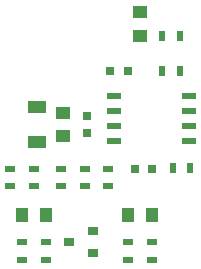
<source format=gtp>
G04 #@! TF.FileFunction,Paste,Top*
%FSLAX46Y46*%
G04 Gerber Fmt 4.6, Leading zero omitted, Abs format (unit mm)*
G04 Created by KiCad (PCBNEW 4.0.7) date 06/06/18 10:38:46*
%MOMM*%
%LPD*%
G01*
G04 APERTURE LIST*
%ADD10C,0.100000*%
%ADD11R,1.250000X1.000000*%
%ADD12R,0.900000X0.500000*%
%ADD13R,1.143000X0.508000*%
%ADD14R,0.900000X0.800000*%
%ADD15R,1.000000X1.250000*%
%ADD16R,0.800000X0.750000*%
%ADD17R,0.500000X0.900000*%
%ADD18R,1.600000X1.000000*%
%ADD19R,0.750000X0.800000*%
G04 APERTURE END LIST*
D10*
D11*
X154500000Y-99500000D03*
X154500000Y-97500000D03*
D12*
X152000000Y-102250000D03*
X152000000Y-103750000D03*
D11*
X161000000Y-89000000D03*
X161000000Y-91000000D03*
D13*
X165175000Y-96095000D03*
X165175000Y-97365000D03*
X165175000Y-98635000D03*
X165175000Y-99905000D03*
X158825000Y-99905000D03*
X158825000Y-98635000D03*
X158825000Y-97365000D03*
X158825000Y-96095000D03*
D14*
X157000000Y-109400000D03*
X157000000Y-107500000D03*
X155000000Y-108450000D03*
D15*
X153000000Y-106200000D03*
X151000000Y-106200000D03*
X162000000Y-106200000D03*
X160000000Y-106200000D03*
D16*
X160550000Y-102300000D03*
X162050000Y-102300000D03*
D12*
X151000000Y-108450000D03*
X151000000Y-109950000D03*
X153000000Y-108450000D03*
X153000000Y-109950000D03*
X160000000Y-108450000D03*
X160000000Y-109950000D03*
X162000000Y-108450000D03*
X162000000Y-109950000D03*
X158300000Y-102250000D03*
X158300000Y-103750000D03*
X154300000Y-103750000D03*
X154300000Y-102250000D03*
X156300000Y-103750000D03*
X156300000Y-102250000D03*
X150000000Y-102250000D03*
X150000000Y-103750000D03*
D17*
X164350000Y-94000000D03*
X162850000Y-94000000D03*
X163750000Y-102200000D03*
X165250000Y-102200000D03*
D18*
X152300000Y-100000000D03*
X152300000Y-97000000D03*
D16*
X160000000Y-94000000D03*
X158500000Y-94000000D03*
D17*
X164400000Y-91000000D03*
X162900000Y-91000000D03*
D19*
X156500000Y-99250000D03*
X156500000Y-97750000D03*
M02*

</source>
